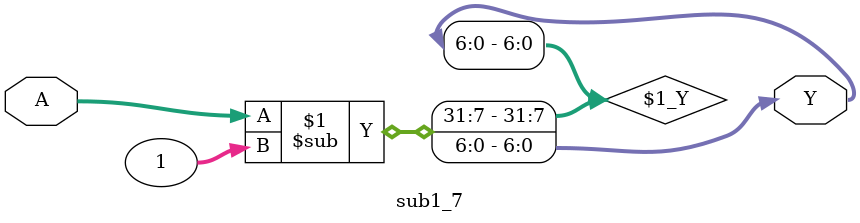
<source format=v>
module downcounter7 (
    input  wire       CLK,
    input  wire       Reset,
    output wire [6:0] q
);

    wire [6:0] d, q_int;

    register7 r1 (CLK, Reset, d, q_int);
    sub1_7    s1 (q_int, d);

    assign q = q_int;

endmodule


module sub1_7 (input [6:0] A, output [6:0] Y);
    assign Y = A - 1;
endmodule

</source>
